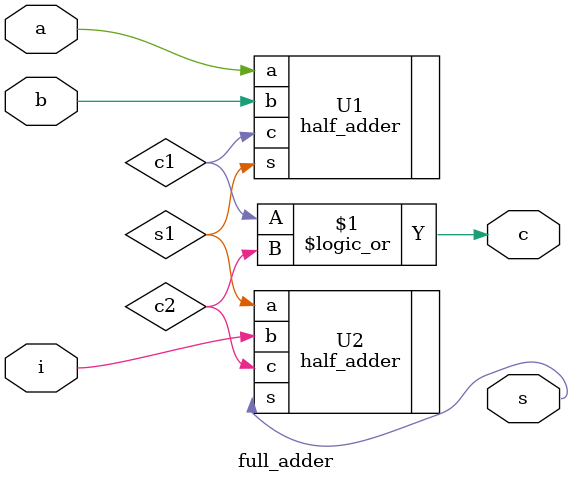
<source format=v>
/**
 * lab2 - Full Adder
 * Aluno: Luan Daniel de Oliveira Melo (20102096)
 *
 ** src\full_adder.v **
 * Define um modulo para um somador de 1-bit
 */

/**
 * Modulo para full adder de 1bit
 * @param a I|Primeiro bit da soma
 * @param b I|Segundo bit da soma
 * @param i I|Carry In
 * @param s O|Resultado da soma
 * @param c O|Carry Out
 */

module full_adder
(a, b, i, s, c);
	input a, b, i;
	output s, c;

	wire s1, s2, c1, c2;

	half_adder U1(
		.a(a),
		.b(b),
		.s(s1),
		.c(c1)
	);

	half_adder U2(
		.a(s1),
		.b(i),
		.s(s),
		.c(c2)
	);

	assign c = c1 || c2;

endmodule //full_adder

</source>
